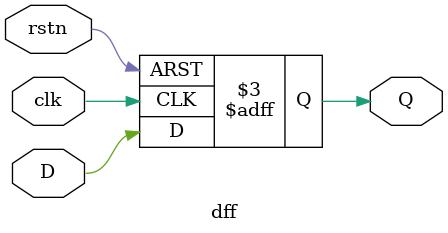
<source format=v>
module dff(D, Q, clk, rstn);

// clk/rstn signals.
input clk, rstn;

// I/Os.
input D;
output reg Q;

// Main logic: synch. update and asynch. reset.
always @(posedge clk, negedge rstn) begin
	if (~rstn)		Q <= 1'b0;	// Asynchronous, active-low reset
	else			Q <= D;		// Synchronous update
end

endmodule
</source>
